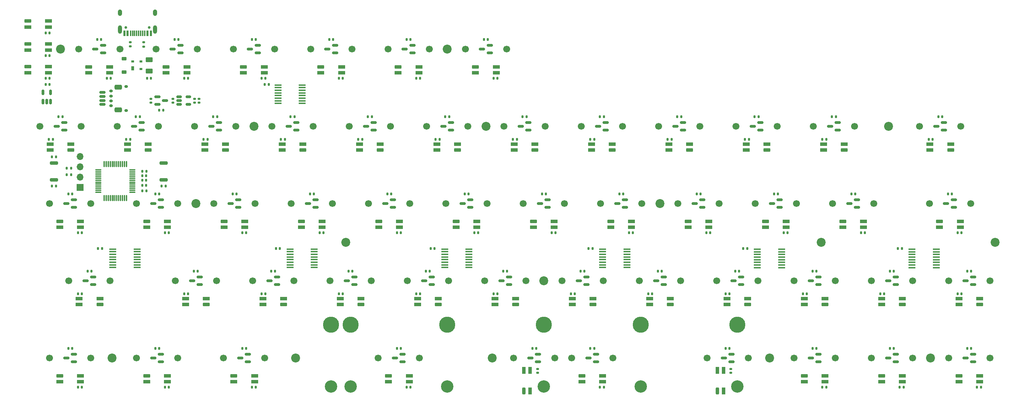
<source format=gbr>
G04 #@! TF.GenerationSoftware,KiCad,Pcbnew,8.0.8*
G04 #@! TF.CreationDate,2025-02-11T15:39:55+01:00*
G04 #@! TF.ProjectId,vootington V4N STM32G0B1CBT6,766f6f74-696e-4677-946f-6e2056344e20,rev?*
G04 #@! TF.SameCoordinates,Original*
G04 #@! TF.FileFunction,Soldermask,Bot*
G04 #@! TF.FilePolarity,Negative*
%FSLAX46Y46*%
G04 Gerber Fmt 4.6, Leading zero omitted, Abs format (unit mm)*
G04 Created by KiCad (PCBNEW 8.0.8) date 2025-02-11 15:39:55*
%MOMM*%
%LPD*%
G01*
G04 APERTURE LIST*
G04 Aperture macros list*
%AMRoundRect*
0 Rectangle with rounded corners*
0 $1 Rounding radius*
0 $2 $3 $4 $5 $6 $7 $8 $9 X,Y pos of 4 corners*
0 Add a 4 corners polygon primitive as box body*
4,1,4,$2,$3,$4,$5,$6,$7,$8,$9,$2,$3,0*
0 Add four circle primitives for the rounded corners*
1,1,$1+$1,$2,$3*
1,1,$1+$1,$4,$5*
1,1,$1+$1,$6,$7*
1,1,$1+$1,$8,$9*
0 Add four rect primitives between the rounded corners*
20,1,$1+$1,$2,$3,$4,$5,0*
20,1,$1+$1,$4,$5,$6,$7,0*
20,1,$1+$1,$6,$7,$8,$9,0*
20,1,$1+$1,$8,$9,$2,$3,0*%
G04 Aperture macros list end*
%ADD10C,2.200000*%
%ADD11C,1.700000*%
%ADD12C,3.048000*%
%ADD13C,3.987800*%
%ADD14RoundRect,0.140000X0.140000X0.170000X-0.140000X0.170000X-0.140000X-0.170000X0.140000X-0.170000X0*%
%ADD15RoundRect,0.205000X-0.205000X0.645000X-0.205000X-0.645000X0.205000X-0.645000X0.205000X0.645000X0*%
%ADD16R,0.820000X1.700000*%
%ADD17RoundRect,0.140000X-0.140000X-0.170000X0.140000X-0.170000X0.140000X0.170000X-0.140000X0.170000X0*%
%ADD18RoundRect,0.150000X0.150000X-0.512500X0.150000X0.512500X-0.150000X0.512500X-0.150000X-0.512500X0*%
%ADD19R,1.778000X0.419100*%
%ADD20RoundRect,0.205000X0.645000X0.205000X-0.645000X0.205000X-0.645000X-0.205000X0.645000X-0.205000X0*%
%ADD21R,1.700000X0.820000*%
%ADD22RoundRect,0.150000X0.587500X0.150000X-0.587500X0.150000X-0.587500X-0.150000X0.587500X-0.150000X0*%
%ADD23RoundRect,0.205000X-0.645000X-0.205000X0.645000X-0.205000X0.645000X0.205000X-0.645000X0.205000X0*%
%ADD24RoundRect,0.200000X0.800000X-0.200000X0.800000X0.200000X-0.800000X0.200000X-0.800000X-0.200000X0*%
%ADD25RoundRect,0.150000X-0.587500X-0.150000X0.587500X-0.150000X0.587500X0.150000X-0.587500X0.150000X0*%
%ADD26RoundRect,0.135000X-0.135000X-0.185000X0.135000X-0.185000X0.135000X0.185000X-0.135000X0.185000X0*%
%ADD27RoundRect,0.135000X0.185000X-0.135000X0.185000X0.135000X-0.185000X0.135000X-0.185000X-0.135000X0*%
%ADD28R,0.700000X1.000000*%
%ADD29R,0.700000X0.600000*%
%ADD30RoundRect,0.140000X-0.170000X0.140000X-0.170000X-0.140000X0.170000X-0.140000X0.170000X0.140000X0*%
%ADD31RoundRect,0.150000X-0.512500X-0.150000X0.512500X-0.150000X0.512500X0.150000X-0.512500X0.150000X0*%
%ADD32R,1.700000X1.700000*%
%ADD33O,1.700000X1.700000*%
%ADD34RoundRect,0.147500X-0.147500X-0.172500X0.147500X-0.172500X0.147500X0.172500X-0.147500X0.172500X0*%
%ADD35RoundRect,0.075000X0.662500X0.075000X-0.662500X0.075000X-0.662500X-0.075000X0.662500X-0.075000X0*%
%ADD36RoundRect,0.075000X0.075000X0.662500X-0.075000X0.662500X-0.075000X-0.662500X0.075000X-0.662500X0*%
%ADD37C,0.650000*%
%ADD38R,0.600000X1.450000*%
%ADD39R,0.300000X1.450000*%
%ADD40O,1.000000X1.600000*%
%ADD41O,1.000000X2.100000*%
%ADD42RoundRect,0.150000X-0.275000X0.150000X-0.275000X-0.150000X0.275000X-0.150000X0.275000X0.150000X0*%
%ADD43RoundRect,0.175000X-0.225000X0.175000X-0.225000X-0.175000X0.225000X-0.175000X0.225000X0.175000X0*%
%ADD44RoundRect,0.135000X0.135000X0.185000X-0.135000X0.185000X-0.135000X-0.185000X0.135000X-0.185000X0*%
%ADD45RoundRect,0.225000X0.375000X-0.225000X0.375000X0.225000X-0.375000X0.225000X-0.375000X-0.225000X0*%
%ADD46RoundRect,0.140000X0.170000X-0.140000X0.170000X0.140000X-0.170000X0.140000X-0.170000X-0.140000X0*%
%ADD47RoundRect,0.150000X-0.625000X0.150000X-0.625000X-0.150000X0.625000X-0.150000X0.625000X0.150000X0*%
%ADD48RoundRect,0.250000X-0.650000X0.350000X-0.650000X-0.350000X0.650000X-0.350000X0.650000X0.350000X0*%
%ADD49RoundRect,0.250000X-0.625000X0.375000X-0.625000X-0.375000X0.625000X-0.375000X0.625000X0.375000X0*%
G04 APERTURE END LIST*
D10*
X142875000Y-98425000D03*
X106744954Y-69850000D03*
D11*
X83820000Y-79375000D03*
X93980000Y-79375000D03*
X150495000Y-60325000D03*
X160655000Y-60325000D03*
X64770000Y-79375000D03*
X74930000Y-79375000D03*
X76676250Y-98425000D03*
X86836250Y-98425000D03*
X250507500Y-60325000D03*
X260667500Y-60325000D03*
X88582500Y-41275000D03*
X98742500Y-41275000D03*
X55245000Y-60325000D03*
X65405000Y-60325000D03*
D10*
X240506250Y-41275000D03*
D11*
X207645000Y-60325000D03*
X217805000Y-60325000D03*
X202882500Y-41275000D03*
X213042500Y-41275000D03*
X55245000Y-98425000D03*
X65405000Y-98425000D03*
D10*
X131762500Y-22225000D03*
D11*
X179070000Y-79375000D03*
X189230000Y-79375000D03*
X183832500Y-41275000D03*
X193992500Y-41275000D03*
X169545000Y-60325000D03*
X179705000Y-60325000D03*
D10*
X94456250Y-98425000D03*
D11*
X102870000Y-79375000D03*
X113030000Y-79375000D03*
X221932500Y-41275000D03*
X232092500Y-41275000D03*
X112395000Y-60325000D03*
X122555000Y-60325000D03*
D10*
X250825000Y-98425000D03*
D11*
X79057500Y-22225000D03*
X89217500Y-22225000D03*
X38576250Y-79375000D03*
X48736250Y-79375000D03*
D10*
X223837500Y-69850000D03*
D11*
X140970000Y-79375000D03*
X151130000Y-79375000D03*
X126682500Y-41275000D03*
X136842500Y-41275000D03*
X98107500Y-22225000D03*
X108267500Y-22225000D03*
X188595000Y-60325000D03*
X198755000Y-60325000D03*
X50482500Y-41275000D03*
X60642500Y-41275000D03*
D10*
X211137500Y-98425000D03*
D11*
X40957500Y-22225000D03*
X51117500Y-22225000D03*
D12*
X131762500Y-105410000D03*
D13*
X131762500Y-90170000D03*
D12*
X107950000Y-105410000D03*
D13*
X107950000Y-90170000D03*
D11*
X198120000Y-79375000D03*
X208280000Y-79375000D03*
X69532500Y-41275000D03*
X79692500Y-41275000D03*
D10*
X84137500Y-41275000D03*
X69850000Y-60325000D03*
D11*
X107632500Y-41275000D03*
X117792500Y-41275000D03*
X248126250Y-41275000D03*
X258286250Y-41275000D03*
X217170000Y-79375000D03*
X227330000Y-79375000D03*
X145732500Y-41275000D03*
X155892500Y-41275000D03*
X117157500Y-22225000D03*
X127317500Y-22225000D03*
D10*
X141287500Y-41275000D03*
X266700000Y-69850000D03*
X184150000Y-60325000D03*
D11*
X121920000Y-79375000D03*
X132080000Y-79375000D03*
X236220000Y-98425000D03*
X246380000Y-98425000D03*
D12*
X203193650Y-105410000D03*
D13*
X203193650Y-90170000D03*
D12*
X103181150Y-105410000D03*
D13*
X103181150Y-90170000D03*
D11*
X136207500Y-22225000D03*
X146367500Y-22225000D03*
X236220000Y-79375000D03*
X246380000Y-79375000D03*
X217170000Y-98425000D03*
X227330000Y-98425000D03*
X162401250Y-98425000D03*
X172561250Y-98425000D03*
X226695000Y-60325000D03*
X236855000Y-60325000D03*
X114776250Y-98425000D03*
X124936250Y-98425000D03*
X93345000Y-60325000D03*
X103505000Y-60325000D03*
X195738750Y-98425000D03*
X205898750Y-98425000D03*
X74295000Y-60325000D03*
X84455000Y-60325000D03*
X164782500Y-41275000D03*
X174942500Y-41275000D03*
X33813750Y-98425000D03*
X43973750Y-98425000D03*
D10*
X49212500Y-98425000D03*
D11*
X131445000Y-60325000D03*
X141605000Y-60325000D03*
X33813750Y-60325000D03*
X43973750Y-60325000D03*
X148107400Y-98425000D03*
X158267400Y-98425000D03*
X255270000Y-79375000D03*
X265430000Y-79375000D03*
D10*
X36512500Y-22225000D03*
D11*
X31432500Y-41275000D03*
X41592500Y-41275000D03*
X160020000Y-79375000D03*
X170180000Y-79375000D03*
X255270000Y-98425000D03*
X265430000Y-98425000D03*
X60007500Y-22225000D03*
X70167500Y-22225000D03*
D10*
X155575000Y-79375000D03*
D12*
X179387500Y-105410000D03*
D13*
X179387500Y-90170000D03*
D12*
X155575000Y-105410000D03*
D13*
X155575000Y-90170000D03*
D14*
X203680000Y-76993750D03*
X202720000Y-76993750D03*
X243734704Y-71401076D03*
X242774704Y-71401076D03*
X167961250Y-96043750D03*
X167001250Y-96043750D03*
X222730000Y-76993750D03*
X221770000Y-76993750D03*
D15*
X150679852Y-106531250D03*
D16*
X152179852Y-106531250D03*
X152179852Y-101431250D03*
X150679852Y-101431250D03*
D17*
X66988750Y-82550000D03*
X67948750Y-82550000D03*
D18*
X34093250Y-35172250D03*
X33143250Y-35172250D03*
X32193250Y-35172250D03*
X32193250Y-32897250D03*
X34093250Y-32897250D03*
D17*
X56670000Y-55805587D03*
X57630000Y-55805587D03*
D19*
X214111840Y-71563905D03*
X214111840Y-72214145D03*
X214111840Y-72864385D03*
X214111840Y-73514625D03*
X214111840Y-74159785D03*
X214111840Y-74810025D03*
X214111840Y-75460265D03*
X214111840Y-76110505D03*
X208163160Y-76110505D03*
X208163160Y-75460265D03*
X208163160Y-74810025D03*
X208163160Y-74159785D03*
X208163160Y-73514625D03*
X208163160Y-72864385D03*
X208163160Y-72214145D03*
X208163160Y-71563905D03*
D17*
X40795000Y-82550000D03*
X41755000Y-82550000D03*
D20*
X36343750Y-102779000D03*
D21*
X36343750Y-104279000D03*
X41443750Y-104279000D03*
X41443750Y-102779000D03*
D22*
X201756250Y-97475000D03*
X201756250Y-99375000D03*
X199881250Y-98425000D03*
D23*
X115262500Y-47129000D03*
D21*
X115262500Y-45629000D03*
X110162500Y-45629000D03*
X110162500Y-47129000D03*
D22*
X39831250Y-97475000D03*
X39831250Y-99375000D03*
X37956250Y-98425000D03*
D23*
X46206250Y-85229000D03*
D21*
X46206250Y-83729000D03*
X41106250Y-83729000D03*
X41106250Y-85229000D03*
D22*
X151750000Y-40325000D03*
X151750000Y-42225000D03*
X149875000Y-41275000D03*
D17*
X147951250Y-44450000D03*
X148911250Y-44450000D03*
D14*
X253686250Y-38893750D03*
X252726250Y-38893750D03*
X117955000Y-57943750D03*
X116995000Y-57943750D03*
D23*
X224800000Y-85229000D03*
D21*
X224800000Y-83729000D03*
X219700000Y-83729000D03*
X219700000Y-85229000D03*
D14*
X33817500Y-23812500D03*
X32857500Y-23812500D03*
D20*
X257800000Y-102779000D03*
D21*
X257800000Y-104279000D03*
X262900000Y-104279000D03*
X262900000Y-102779000D03*
D22*
X89837500Y-78425000D03*
X89837500Y-80325000D03*
X87962500Y-79375000D03*
X120793750Y-97475000D03*
X120793750Y-99375000D03*
X118918750Y-98425000D03*
D14*
X106048750Y-29368750D03*
X105088750Y-29368750D03*
D24*
X34925000Y-54487500D03*
X34925000Y-50287500D03*
D25*
X60381250Y-35875000D03*
X60381250Y-33975000D03*
X62256250Y-34925000D03*
D14*
X89380000Y-76993750D03*
X88420000Y-76993750D03*
D26*
X38073750Y-51593750D03*
X39093750Y-51593750D03*
D23*
X191462500Y-47129000D03*
D21*
X191462500Y-45629000D03*
X186362500Y-45629000D03*
X186362500Y-47129000D03*
D17*
X57857500Y-29368750D03*
X58817500Y-29368750D03*
D14*
X144148750Y-29368750D03*
X143188750Y-29368750D03*
D20*
X79206250Y-102779000D03*
D21*
X79206250Y-104279000D03*
X84306250Y-104279000D03*
X84306250Y-102779000D03*
D17*
X143188750Y-82550000D03*
X144148750Y-82550000D03*
D20*
X28462500Y-15290000D03*
D21*
X28462500Y-16790000D03*
X33562500Y-16790000D03*
X33562500Y-15290000D03*
D14*
X137005000Y-57943750D03*
X136045000Y-57943750D03*
X63186250Y-105568750D03*
X62226250Y-105568750D03*
X120336250Y-96043750D03*
X119376250Y-96043750D03*
D27*
X53721589Y-21547501D03*
X53721589Y-20527501D03*
D17*
X61432500Y-55956250D03*
X62392500Y-55956250D03*
D20*
X57775000Y-64679000D03*
D21*
X57775000Y-66179000D03*
X62875000Y-66179000D03*
X62875000Y-64679000D03*
D14*
X101286250Y-67468750D03*
X100326250Y-67468750D03*
D20*
X95875000Y-64679000D03*
D21*
X95875000Y-66179000D03*
X100975000Y-66179000D03*
X100975000Y-64679000D03*
D22*
X204137500Y-78425000D03*
X204137500Y-80325000D03*
X202262500Y-79375000D03*
X137462500Y-59375000D03*
X137462500Y-61275000D03*
X135587500Y-60325000D03*
D14*
X46517500Y-19843750D03*
X45557500Y-19843750D03*
X41755000Y-67468750D03*
X40795000Y-67468750D03*
X241780000Y-96043750D03*
X240820000Y-96043750D03*
X94142500Y-38893750D03*
X93182500Y-38893750D03*
D28*
X54309089Y-26943750D03*
D29*
X54309089Y-25243750D03*
X56309089Y-25243750D03*
X56309089Y-27143750D03*
D14*
X165580000Y-76993750D03*
X164620000Y-76993750D03*
X125098750Y-29368750D03*
X124138750Y-29368750D03*
X127480000Y-76993750D03*
X126520000Y-76993750D03*
D22*
X227950000Y-40325000D03*
X227950000Y-42225000D03*
X226075000Y-41275000D03*
X256525000Y-59375000D03*
X256525000Y-61275000D03*
X254650000Y-60325000D03*
X156512500Y-59375000D03*
X156512500Y-61275000D03*
X154637500Y-60325000D03*
D14*
X244161250Y-105568750D03*
X243201250Y-105568750D03*
D17*
X205101250Y-44450000D03*
X206061250Y-44450000D03*
D30*
X64200000Y-34445000D03*
X64200000Y-35405000D03*
D17*
X33651250Y-44450000D03*
X34611250Y-44450000D03*
D14*
X84617500Y-19843750D03*
X83657500Y-19843750D03*
D22*
X66025000Y-21275000D03*
X66025000Y-23175000D03*
X64150000Y-22225000D03*
D14*
X41755000Y-105568750D03*
X40795000Y-105568750D03*
D23*
X77162500Y-47129000D03*
D21*
X77162500Y-45629000D03*
X72062500Y-45629000D03*
X72062500Y-47129000D03*
D31*
X65737500Y-35875000D03*
X65737500Y-34925000D03*
X65737500Y-33975000D03*
X68012500Y-33975000D03*
X68012500Y-35875000D03*
D30*
X70643750Y-34445000D03*
X70643750Y-35405000D03*
D20*
X114925000Y-64679000D03*
D21*
X114925000Y-66179000D03*
X120025000Y-66179000D03*
X120025000Y-64679000D03*
D17*
X162238750Y-82550000D03*
X163198750Y-82550000D03*
D20*
X210175000Y-64679000D03*
D21*
X210175000Y-66179000D03*
X215275000Y-66179000D03*
X215275000Y-64679000D03*
D20*
X28462500Y-26555000D03*
D21*
X28462500Y-28055000D03*
X33562500Y-28055000D03*
X33562500Y-26555000D03*
D14*
X56042500Y-38893750D03*
X55082500Y-38893750D03*
D17*
X257488750Y-82550000D03*
X258448750Y-82550000D03*
D14*
X139386250Y-67468750D03*
X138426250Y-67468750D03*
D30*
X153987500Y-101120000D03*
X153987500Y-102080000D03*
D17*
X250345000Y-44450000D03*
X251305000Y-44450000D03*
D32*
X41375000Y-56356250D03*
D33*
X41375000Y-53816250D03*
X41375000Y-51276250D03*
X41375000Y-48736250D03*
D14*
X222730000Y-96043750D03*
X221770000Y-96043750D03*
D22*
X123175000Y-21275000D03*
X123175000Y-23175000D03*
X121300000Y-22225000D03*
D14*
X113192500Y-38893750D03*
X112232500Y-38893750D03*
D22*
X146987500Y-78425000D03*
X146987500Y-80325000D03*
X145112500Y-79375000D03*
D23*
X39062500Y-47129000D03*
D21*
X39062500Y-45629000D03*
X33962500Y-45629000D03*
X33962500Y-47129000D03*
D22*
X132700000Y-40325000D03*
X132700000Y-42225000D03*
X130825000Y-41275000D03*
D20*
X62537500Y-26579000D03*
D21*
X62537500Y-28079000D03*
X67637500Y-28079000D03*
X67637500Y-26579000D03*
D34*
X56665000Y-52387500D03*
X57635000Y-52387500D03*
D22*
X154131250Y-97475000D03*
X154131250Y-99375000D03*
X152256250Y-98425000D03*
D14*
X175105000Y-57943750D03*
X174145000Y-57943750D03*
D17*
X200338750Y-82550000D03*
X201298750Y-82550000D03*
D27*
X57037122Y-21576841D03*
X57037122Y-20556841D03*
D20*
X36343750Y-64679000D03*
D21*
X36343750Y-66179000D03*
X41443750Y-66179000D03*
X41443750Y-64679000D03*
D23*
X205750000Y-85229000D03*
D21*
X205750000Y-83729000D03*
X200650000Y-83729000D03*
X200650000Y-85229000D03*
D22*
X127937500Y-78425000D03*
X127937500Y-80325000D03*
X126062500Y-79375000D03*
D35*
X54168750Y-52018750D03*
X54168750Y-52518750D03*
X54168750Y-53018750D03*
X54168750Y-53518750D03*
X54168750Y-54018750D03*
X54168750Y-54518750D03*
X54168750Y-55018750D03*
X54168750Y-55518750D03*
X54168750Y-56018750D03*
X54168750Y-56518750D03*
X54168750Y-57018750D03*
X54168750Y-57518750D03*
D36*
X52756250Y-58931250D03*
X52256250Y-58931250D03*
X51756250Y-58931250D03*
X51256250Y-58931250D03*
X50756250Y-58931250D03*
X50256250Y-58931250D03*
X49756250Y-58931250D03*
X49256250Y-58931250D03*
X48756250Y-58931250D03*
X48256250Y-58931250D03*
X47756250Y-58931250D03*
X47256250Y-58931250D03*
D35*
X45843750Y-57518750D03*
X45843750Y-57018750D03*
X45843750Y-56518750D03*
X45843750Y-56018750D03*
X45843750Y-55518750D03*
X45843750Y-55018750D03*
X45843750Y-54518750D03*
X45843750Y-54018750D03*
X45843750Y-53518750D03*
X45843750Y-53018750D03*
X45843750Y-52518750D03*
X45843750Y-52018750D03*
D36*
X47256250Y-50606250D03*
X47756250Y-50606250D03*
X48256250Y-50606250D03*
X48756250Y-50606250D03*
X49256250Y-50606250D03*
X49756250Y-50606250D03*
X50256250Y-50606250D03*
X50756250Y-50606250D03*
X51256250Y-50606250D03*
X51756250Y-50606250D03*
X52256250Y-50606250D03*
X52756250Y-50606250D03*
D14*
X132242500Y-38893750D03*
X131282500Y-38893750D03*
X170342500Y-105568750D03*
X169382500Y-105568750D03*
D17*
X128901250Y-44450000D03*
X129861250Y-44450000D03*
D23*
X229562500Y-47129000D03*
D21*
X229562500Y-45629000D03*
X224462500Y-45629000D03*
X224462500Y-47129000D03*
D14*
X156055000Y-57943750D03*
X155095000Y-57943750D03*
X151292500Y-38893750D03*
X150332500Y-38893750D03*
D22*
X82693750Y-97475000D03*
X82693750Y-99375000D03*
X80818750Y-98425000D03*
D17*
X124138750Y-82550000D03*
X125098750Y-82550000D03*
D14*
X215586250Y-67468750D03*
X214626250Y-67468750D03*
X108430000Y-76993750D03*
X107470000Y-76993750D03*
X234636250Y-67468750D03*
X233676250Y-67468750D03*
X177486250Y-67468750D03*
X176526250Y-67468750D03*
D17*
X219388750Y-82550000D03*
X220348750Y-82550000D03*
D15*
X198304852Y-106531250D03*
D16*
X199804852Y-106531250D03*
X199804852Y-101431250D03*
X198304852Y-101431250D03*
D22*
X185087500Y-78425000D03*
X185087500Y-80325000D03*
X183212500Y-79375000D03*
D17*
X186051250Y-44450000D03*
X187011250Y-44450000D03*
D14*
X260830000Y-96043750D03*
X259870000Y-96043750D03*
X208442500Y-38893750D03*
X207482500Y-38893750D03*
D22*
X104125000Y-21275000D03*
X104125000Y-23175000D03*
X102250000Y-22225000D03*
D20*
X138737500Y-26579000D03*
D21*
X138737500Y-28079000D03*
X143837500Y-28079000D03*
X143837500Y-26579000D03*
D17*
X105088750Y-82550000D03*
X106048750Y-82550000D03*
D22*
X70787500Y-78425000D03*
X70787500Y-80325000D03*
X68912500Y-79375000D03*
D19*
X55361840Y-71545450D03*
X55361840Y-72195690D03*
X55361840Y-72845930D03*
X55361840Y-73496170D03*
X55361840Y-74141330D03*
X55361840Y-74791570D03*
X55361840Y-75441810D03*
X55361840Y-76092050D03*
X49413160Y-76092050D03*
X49413160Y-75441810D03*
X49413160Y-74791570D03*
X49413160Y-74141330D03*
X49413160Y-73496170D03*
X49413160Y-72845930D03*
X49413160Y-72195690D03*
X49413160Y-71545450D03*
D22*
X37450000Y-40325000D03*
X37450000Y-42225000D03*
X35575000Y-41275000D03*
D14*
X146530000Y-76993750D03*
X145570000Y-76993750D03*
D17*
X167001250Y-44450000D03*
X167961250Y-44450000D03*
D14*
X153673750Y-96043750D03*
X152713750Y-96043750D03*
D22*
X242237500Y-78425000D03*
X242237500Y-80325000D03*
X240362500Y-79375000D03*
D14*
X86998750Y-29368750D03*
X86038750Y-29368750D03*
D22*
X261287500Y-97475000D03*
X261287500Y-99375000D03*
X259412500Y-98425000D03*
D14*
X36992500Y-38893750D03*
X36032500Y-38893750D03*
D22*
X61262500Y-97475000D03*
X61262500Y-99375000D03*
X59387500Y-98425000D03*
X113650000Y-40325000D03*
X113650000Y-42225000D03*
X111775000Y-41275000D03*
D14*
X225111250Y-105568750D03*
X224151250Y-105568750D03*
D22*
X108887500Y-78425000D03*
X108887500Y-80325000D03*
X107012500Y-79375000D03*
D14*
X232255000Y-57943750D03*
X231295000Y-57943750D03*
D22*
X56500000Y-40325000D03*
X56500000Y-42225000D03*
X54625000Y-41275000D03*
D14*
X128640954Y-71437500D03*
X127680954Y-71437500D03*
D37*
X52609000Y-16890625D03*
X58389000Y-16890625D03*
D38*
X52249000Y-18335625D03*
X53049000Y-18335625D03*
D39*
X54249000Y-18335625D03*
X55249000Y-18335625D03*
X55749000Y-18335625D03*
X56749000Y-18335625D03*
D38*
X57949000Y-18335625D03*
X58749000Y-18335625D03*
X58749000Y-18335625D03*
X57949000Y-18335625D03*
D39*
X57249000Y-18335625D03*
X56249000Y-18335625D03*
X54749000Y-18335625D03*
X53749000Y-18335625D03*
D38*
X53049000Y-18335625D03*
X52249000Y-18335625D03*
D40*
X51179000Y-13240625D03*
D41*
X51179000Y-17420625D03*
D40*
X59819000Y-13240625D03*
D41*
X59819000Y-17420625D03*
D42*
X48925000Y-32581250D03*
X48925000Y-33781250D03*
X48925000Y-34981250D03*
X48925000Y-36181250D03*
D43*
X52700000Y-31431250D03*
X52700000Y-37331250D03*
D22*
X170800000Y-40325000D03*
X170800000Y-42225000D03*
X168925000Y-41275000D03*
D14*
X33817500Y-29368750D03*
X32857500Y-29368750D03*
X196536250Y-67468750D03*
X195576250Y-67468750D03*
D20*
X119687500Y-26579000D03*
D21*
X119687500Y-28079000D03*
X124787500Y-28079000D03*
X124787500Y-26579000D03*
D19*
X96043750Y-31064200D03*
X96043750Y-31714440D03*
X96043750Y-32364680D03*
X96043750Y-33014920D03*
X96043750Y-33660080D03*
X96043750Y-34310320D03*
X96043750Y-34960560D03*
X96043750Y-35610800D03*
X90095070Y-35610800D03*
X90095070Y-34960560D03*
X90095070Y-34310320D03*
X90095070Y-33660080D03*
X90095070Y-33014920D03*
X90095070Y-32364680D03*
X90095070Y-31714440D03*
X90095070Y-31064200D03*
D22*
X223187500Y-97475000D03*
X223187500Y-99375000D03*
X221312500Y-98425000D03*
D44*
X35435000Y-55956250D03*
X34415000Y-55956250D03*
D20*
X219700000Y-102779000D03*
D21*
X219700000Y-104279000D03*
X224800000Y-104279000D03*
X224800000Y-102779000D03*
D17*
X181288750Y-82550000D03*
X182248750Y-82550000D03*
X109851250Y-44450000D03*
X110811250Y-44450000D03*
D19*
X176011840Y-71545450D03*
X176011840Y-72195690D03*
X176011840Y-72845930D03*
X176011840Y-73496170D03*
X176011840Y-74141330D03*
X176011840Y-74791570D03*
X176011840Y-75441810D03*
X176011840Y-76092050D03*
X170063160Y-76092050D03*
X170063160Y-75441810D03*
X170063160Y-74791570D03*
X170063160Y-74141330D03*
X170063160Y-73496170D03*
X170063160Y-72845930D03*
X170063160Y-72195690D03*
X170063160Y-71545450D03*
D14*
X256067500Y-57943750D03*
X255107500Y-57943750D03*
D23*
X255756250Y-47129000D03*
D21*
X255756250Y-45629000D03*
X250656250Y-45629000D03*
X250656250Y-47129000D03*
D14*
X120336250Y-67468750D03*
X119376250Y-67468750D03*
X39373750Y-57943750D03*
X38413750Y-57943750D03*
D20*
X76825000Y-64679000D03*
D21*
X76825000Y-66179000D03*
X81925000Y-66179000D03*
X81925000Y-64679000D03*
D17*
X238438750Y-82550000D03*
X239398750Y-82550000D03*
X86038750Y-82550000D03*
X86998750Y-82550000D03*
D22*
X61262500Y-59375000D03*
X61262500Y-61275000D03*
X59387500Y-60325000D03*
D14*
X46723300Y-71437500D03*
X45763300Y-71437500D03*
D45*
X52193750Y-27843750D03*
X52193750Y-24543750D03*
D22*
X80312500Y-59375000D03*
X80312500Y-61275000D03*
X78437500Y-60325000D03*
D46*
X58737500Y-35405000D03*
X58737500Y-34445000D03*
D14*
X194155000Y-57943750D03*
X193195000Y-57943750D03*
X189392500Y-38893750D03*
X188432500Y-38893750D03*
X63186250Y-67468750D03*
X62226250Y-67468750D03*
X122717500Y-19843750D03*
X121757500Y-19843750D03*
X258448750Y-67468750D03*
X257488750Y-67468750D03*
D20*
X229225000Y-64679000D03*
D21*
X229225000Y-66179000D03*
X234325000Y-66179000D03*
X234325000Y-64679000D03*
D20*
X81587500Y-26579000D03*
D21*
X81587500Y-28079000D03*
X86687500Y-28079000D03*
X86687500Y-26579000D03*
D14*
X98905000Y-57943750D03*
X97945000Y-57943750D03*
D47*
X46837697Y-32881250D03*
X46837697Y-33881250D03*
X46837697Y-34881250D03*
X46837697Y-35881250D03*
D48*
X50712697Y-31581250D03*
X50712697Y-37181250D03*
D22*
X118412500Y-59375000D03*
X118412500Y-61275000D03*
X116537500Y-60325000D03*
D14*
X227492500Y-38893750D03*
X226532500Y-38893750D03*
X205634704Y-71437500D03*
X204674704Y-71437500D03*
D22*
X175562500Y-59375000D03*
X175562500Y-61275000D03*
X173687500Y-60325000D03*
D17*
X224151250Y-44450000D03*
X225111250Y-44450000D03*
D14*
X103667500Y-19843750D03*
X102707500Y-19843750D03*
D44*
X61828750Y-37306250D03*
X60808750Y-37306250D03*
D30*
X69551587Y-34445000D03*
X69551587Y-35405000D03*
D23*
X210512500Y-47129000D03*
D21*
X210512500Y-45629000D03*
X205412500Y-45629000D03*
X205412500Y-47129000D03*
D44*
X35435000Y-48818750D03*
X34415000Y-48818750D03*
D23*
X134312500Y-47129000D03*
D21*
X134312500Y-45629000D03*
X129212500Y-45629000D03*
X129212500Y-47129000D03*
D20*
X153025000Y-64679000D03*
D21*
X153025000Y-66179000D03*
X158125000Y-66179000D03*
X158125000Y-64679000D03*
D23*
X110500000Y-85229000D03*
D21*
X110500000Y-83729000D03*
X105400000Y-83729000D03*
X105400000Y-85229000D03*
D23*
X243850000Y-85229000D03*
D21*
X243850000Y-83729000D03*
X238750000Y-83729000D03*
X238750000Y-85229000D03*
D23*
X96212500Y-47129000D03*
D21*
X96212500Y-45629000D03*
X91112500Y-45629000D03*
X91112500Y-47129000D03*
D14*
X60805000Y-57943750D03*
X59845000Y-57943750D03*
D19*
X252211840Y-71563905D03*
X252211840Y-72214145D03*
X252211840Y-72864385D03*
X252211840Y-73514625D03*
X252211840Y-74159785D03*
X252211840Y-74810025D03*
X252211840Y-75460265D03*
X252211840Y-76110505D03*
X246263160Y-76110505D03*
X246263160Y-75460265D03*
X246263160Y-74810025D03*
X246263160Y-74159785D03*
X246263160Y-73514625D03*
X246263160Y-72864385D03*
X246263160Y-72214145D03*
X246263160Y-71563905D03*
D14*
X48898750Y-29368750D03*
X47938750Y-29368750D03*
D20*
X100637500Y-26579000D03*
D21*
X100637500Y-28079000D03*
X105737500Y-28079000D03*
X105737500Y-26579000D03*
D17*
X52701250Y-44450000D03*
X53661250Y-44450000D03*
D20*
X28462500Y-20922500D03*
D21*
X28462500Y-22422500D03*
X33562500Y-22422500D03*
X33562500Y-20922500D03*
D14*
X122717500Y-105568750D03*
X121757500Y-105568750D03*
D20*
X238750000Y-102779000D03*
D21*
X238750000Y-104279000D03*
X243850000Y-104279000D03*
X243850000Y-102779000D03*
D23*
X91450000Y-85229000D03*
D21*
X91450000Y-83729000D03*
X86350000Y-83729000D03*
X86350000Y-85229000D03*
D14*
X260830000Y-76993750D03*
X259870000Y-76993750D03*
D23*
X262900000Y-85229000D03*
D21*
X262900000Y-83729000D03*
X257800000Y-83729000D03*
X257800000Y-85229000D03*
D14*
X241780000Y-76993750D03*
X240820000Y-76993750D03*
D23*
X167650000Y-85229000D03*
D21*
X167650000Y-83729000D03*
X162550000Y-83729000D03*
X162550000Y-85229000D03*
D23*
X148600000Y-85229000D03*
D21*
X148600000Y-83729000D03*
X143500000Y-83729000D03*
X143500000Y-85229000D03*
D22*
X39831250Y-59375000D03*
X39831250Y-61275000D03*
X37956250Y-60325000D03*
D14*
X184630000Y-76993750D03*
X183670000Y-76993750D03*
D22*
X94600000Y-40325000D03*
X94600000Y-42225000D03*
X92725000Y-41275000D03*
D14*
X67948750Y-29368750D03*
X66988750Y-29368750D03*
D22*
X189850000Y-40325000D03*
X189850000Y-42225000D03*
X187975000Y-41275000D03*
X242237500Y-97475000D03*
X242237500Y-99375000D03*
X240362500Y-98425000D03*
D14*
X87792500Y-30956250D03*
X86832500Y-30956250D03*
D24*
X61912500Y-54487500D03*
X61912500Y-50287500D03*
D14*
X141767500Y-19843750D03*
X140807500Y-19843750D03*
X263211250Y-105568750D03*
X262251250Y-105568750D03*
D23*
X172412500Y-47129000D03*
D21*
X172412500Y-45629000D03*
X167312500Y-45629000D03*
X167312500Y-47129000D03*
D22*
X232712500Y-59375000D03*
X232712500Y-61275000D03*
X230837500Y-60325000D03*
D44*
X57660000Y-57150000D03*
X56640000Y-57150000D03*
D22*
X99362500Y-59375000D03*
X99362500Y-61275000D03*
X97487500Y-60325000D03*
D14*
X79855000Y-57943750D03*
X78895000Y-57943750D03*
D22*
X168418750Y-97475000D03*
X168418750Y-99375000D03*
X166543750Y-98425000D03*
D20*
X133975000Y-64679000D03*
D21*
X133975000Y-66179000D03*
X139075000Y-66179000D03*
X139075000Y-64679000D03*
D14*
X44136250Y-76993750D03*
X43176250Y-76993750D03*
X158436250Y-67468750D03*
X157476250Y-67468750D03*
D22*
X223187500Y-78425000D03*
X223187500Y-80325000D03*
X221312500Y-79375000D03*
D14*
X65567500Y-19843750D03*
X64607500Y-19843750D03*
D22*
X254143750Y-40325000D03*
X254143750Y-42225000D03*
X252268750Y-41275000D03*
D30*
X201612500Y-101120000D03*
X201612500Y-102080000D03*
D23*
X153362500Y-47129000D03*
D21*
X153362500Y-45629000D03*
X148262500Y-45629000D03*
X148262500Y-47129000D03*
D14*
X90540954Y-71437500D03*
X89580954Y-71437500D03*
D22*
X213662500Y-59375000D03*
X213662500Y-61275000D03*
X211787500Y-60325000D03*
D14*
X39373750Y-96043750D03*
X38413750Y-96043750D03*
D20*
X253037500Y-64679000D03*
D21*
X253037500Y-66179000D03*
X258137500Y-66179000D03*
X258137500Y-64679000D03*
D20*
X172075000Y-64679000D03*
D21*
X172075000Y-66179000D03*
X177175000Y-66179000D03*
X177175000Y-64679000D03*
D14*
X70330000Y-76993750D03*
X69370000Y-76993750D03*
X201298750Y-96043750D03*
X200338750Y-96043750D03*
D22*
X46975000Y-21275000D03*
X46975000Y-23175000D03*
X45100000Y-22225000D03*
D17*
X71751250Y-44450000D03*
X72711250Y-44450000D03*
X56670000Y-53481250D03*
X57630000Y-53481250D03*
D14*
X33817500Y-18256250D03*
X32857500Y-18256250D03*
D17*
X56670000Y-54527711D03*
X57630000Y-54527711D03*
D23*
X129550000Y-85229000D03*
D21*
X129550000Y-83729000D03*
X124450000Y-83729000D03*
X124450000Y-85229000D03*
D14*
X82236250Y-67468750D03*
X81276250Y-67468750D03*
D22*
X194612500Y-59375000D03*
X194612500Y-61275000D03*
X192737500Y-60325000D03*
X166037500Y-78425000D03*
X166037500Y-80325000D03*
X164162500Y-79375000D03*
D14*
X60805000Y-96043750D03*
X59845000Y-96043750D03*
X84617500Y-105568750D03*
X83657500Y-105568750D03*
D22*
X44593750Y-78425000D03*
X44593750Y-80325000D03*
X42718750Y-79375000D03*
D19*
X99018090Y-71545450D03*
X99018090Y-72195690D03*
X99018090Y-72845930D03*
X99018090Y-73496170D03*
X99018090Y-74141330D03*
X99018090Y-74791570D03*
X99018090Y-75441810D03*
X99018090Y-76092050D03*
X93069410Y-76092050D03*
X93069410Y-75441810D03*
X93069410Y-74791570D03*
X93069410Y-74141330D03*
X93069410Y-73496170D03*
X93069410Y-72845930D03*
X93069410Y-72195690D03*
X93069410Y-71545450D03*
D22*
X261287500Y-78425000D03*
X261287500Y-80325000D03*
X259412500Y-79375000D03*
X85075000Y-21275000D03*
X85075000Y-23175000D03*
X83200000Y-22225000D03*
D19*
X137118090Y-71543435D03*
X137118090Y-72193675D03*
X137118090Y-72843915D03*
X137118090Y-73494155D03*
X137118090Y-74139315D03*
X137118090Y-74789555D03*
X137118090Y-75439795D03*
X137118090Y-76090035D03*
X131169410Y-76090035D03*
X131169410Y-75439795D03*
X131169410Y-74789555D03*
X131169410Y-74139315D03*
X131169410Y-73494155D03*
X131169410Y-72843915D03*
X131169410Y-72193675D03*
X131169410Y-71543435D03*
D17*
X32857500Y-30956250D03*
X33817500Y-30956250D03*
D22*
X208900000Y-40325000D03*
X208900000Y-42225000D03*
X207025000Y-41275000D03*
D20*
X164931250Y-102779000D03*
D21*
X164931250Y-104279000D03*
X170031250Y-104279000D03*
X170031250Y-102779000D03*
D14*
X213205000Y-57943750D03*
X212245000Y-57943750D03*
D49*
X58337500Y-24793750D03*
X58337500Y-27593750D03*
D20*
X43487500Y-26579000D03*
D21*
X43487500Y-28079000D03*
X48587500Y-28079000D03*
X48587500Y-26579000D03*
D14*
X167534704Y-71439515D03*
X166574704Y-71439515D03*
D17*
X90801250Y-44450000D03*
X91761250Y-44450000D03*
D23*
X58112500Y-47129000D03*
D21*
X58112500Y-45629000D03*
X53012500Y-45629000D03*
X53012500Y-47129000D03*
D14*
X75092500Y-38893750D03*
X74132500Y-38893750D03*
D22*
X142225000Y-21275000D03*
X142225000Y-23175000D03*
X140350000Y-22225000D03*
X75550000Y-40325000D03*
X75550000Y-42225000D03*
X73675000Y-41275000D03*
D23*
X186700000Y-85229000D03*
D21*
X186700000Y-83729000D03*
X181600000Y-83729000D03*
X181600000Y-85229000D03*
D23*
X72400000Y-85229000D03*
D21*
X72400000Y-83729000D03*
X67300000Y-83729000D03*
X67300000Y-85229000D03*
D20*
X57775000Y-102779000D03*
D21*
X57775000Y-104279000D03*
X62875000Y-104279000D03*
X62875000Y-102779000D03*
D26*
X38073750Y-53181250D03*
X39093750Y-53181250D03*
D14*
X170342500Y-38893750D03*
X169382500Y-38893750D03*
D20*
X191125000Y-64679000D03*
D21*
X191125000Y-66179000D03*
X196225000Y-66179000D03*
X196225000Y-64679000D03*
D20*
X117306250Y-102779000D03*
D21*
X117306250Y-104279000D03*
X122406250Y-104279000D03*
X122406250Y-102779000D03*
D14*
X82236250Y-96043750D03*
X81276250Y-96043750D03*
M02*

</source>
